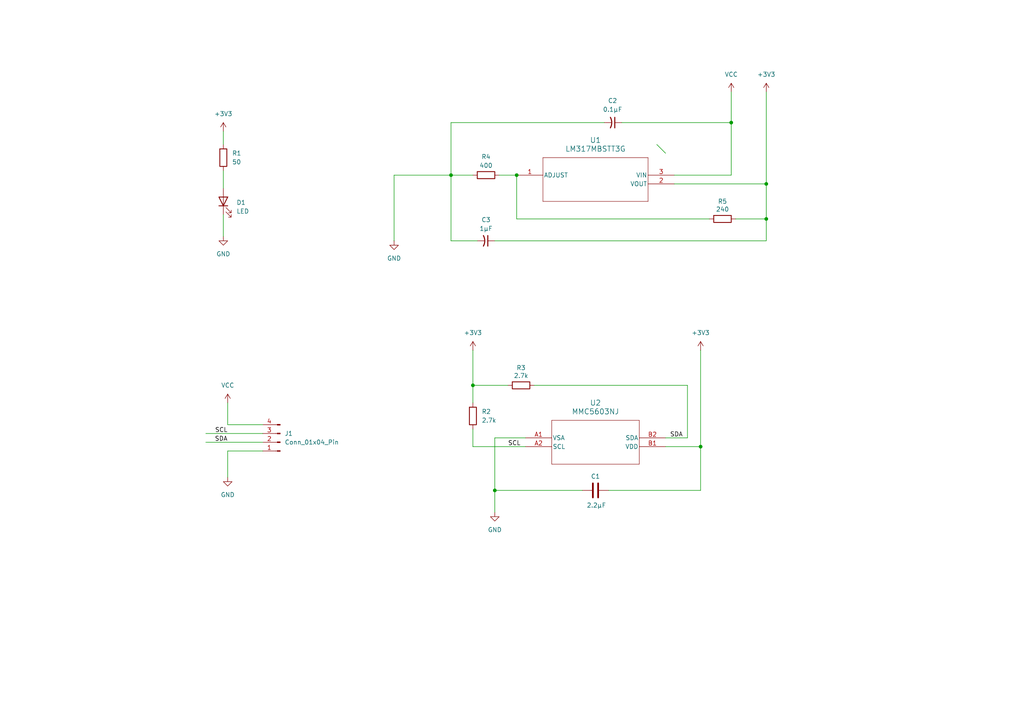
<source format=kicad_sch>
(kicad_sch (version 20250114) (generator "eeschema") (generator_version "9.0")
  (paper "A4")
  (title_block (date "2026-01-28"))
  (lib_symbols
    (symbol "Connector:Conn_01x04_Pin" (pin_names (offset 1.016) (hide yes))
      (property "Reference" "J" (at 0 5.08 0))
      (property "Value" "Conn_01x04_Pin" (at 0 -7.62 0))
      (symbol "Conn_01x04_Pin_1_1"
        (rectangle (start 0.8636 2.667) (end 0 2.413) (stroke (width 0.1524)) (fill (type outline)))
        (rectangle (start 0.8636 0.127) (end 0 -0.127) (stroke (width 0.1524)) (fill (type outline)))
        (rectangle (start 0.8636 -2.413) (end 0 -2.667) (stroke (width 0.1524)) (fill (type outline)))
        (rectangle (start 0.8636 -4.953) (end 0 -5.207) (stroke (width 0.1524)) (fill (type outline)))
        (polyline (pts (xy 1.27 2.54) (xy 0.8636 2.54)) (stroke (width 0.1524)))
        (polyline (pts (xy 1.27 0) (xy 0.8636 0)) (stroke (width 0.1524)))
        (polyline (pts (xy 1.27 -2.54) (xy 0.8636 -2.54)) (stroke (width 0.1524)))
        (polyline (pts (xy 1.27 -5.08) (xy 0.8636 -5.08)) (stroke (width 0.1524)))
        (pin passive line (at 5.08 2.54 180) (length 3.81) (name "Pin_1") (number "1"))
        (pin passive line (at 5.08 0 180) (length 3.81) (name "Pin_2") (number "2"))
        (pin passive line (at 5.08 -2.54 180) (length 3.81) (name "Pin_3") (number "3"))
        (pin passive line (at 5.08 -5.08 180) (length 3.81) (name "Pin_4") (number "4"))
      )
    )
    (symbol "Device:C" (pin_numbers (hide yes)) (pin_names (offset 0.254))
      (property "Reference" "C" (at 0.635 2.54 0))
      (property "Value" "C" (at 0.635 -2.54 0))
      (symbol "C_0_1"
        (polyline (pts (xy -2.032 0.762) (xy 2.032 0.762)) (stroke (width 0.508)))
        (polyline (pts (xy -2.032 -0.762) (xy 2.032 -0.762)) (stroke (width 0.508)))
      )
      (symbol "C_1_1"
        (pin passive line (at 0 3.81 270) (length 2.794) (name "~") (number "1"))
        (pin passive line (at 0 -3.81 90) (length 2.794) (name "~") (number "2"))
      )
    )
    (symbol "Device:C_Small_US" (pin_numbers (hide yes)) (pin_names (offset 0.254) (hide yes))
      (property "Reference" "C" (at 0.254 1.778 0))
      (property "Value" "C_Small_US" (at 0.254 -2.032 0))
      (symbol "C_Small_US_0_1"
        (polyline (pts (xy -1.524 0.508) (xy 1.524 0.508)) (stroke (width 0.3048)))
        (arc (start -1.524 -0.762) (mid 0 -0.3734) (end 1.524 -0.762) (stroke (width 0.3048)))
      )
      (symbol "C_Small_US_1_1"
        (pin passive line (at 0 2.54 270) (length 2.032) (name "~") (number "1"))
        (pin passive line (at 0 -2.54 90) (length 2.032) (name "~") (number "2"))
      )
    )
    (symbol "Device:LED" (pin_numbers (hide yes)) (pin_names (offset 1.016) (hide yes))
      (property "Reference" "D" (at 0 2.54 0))
      (property "Value" "LED" (at 0 -2.54 0))
      (symbol "LED_0_1"
        (polyline (pts (xy -3.048 -0.762) (xy -4.572 -2.286) (xy -3.81 -2.286) (xy -4.572 -2.286) (xy -4.572 -1.524)))
        (polyline (pts (xy -1.778 -0.762) (xy -3.302 -2.286) (xy -2.54 -2.286) (xy -3.302 -2.286) (xy -3.302 -1.524)))
        (polyline (pts (xy -1.27 0) (xy 1.27 0)))
        (polyline (pts (xy -1.27 -1.27) (xy -1.27 1.27)) (stroke (width 0.254)))
        (polyline (pts (xy 1.27 -1.27) (xy 1.27 1.27) (xy -1.27 0) (xy 1.27 -1.27)) (stroke (width 0.254)))
      )
      (symbol "LED_1_1"
        (pin passive line (at -3.81 0 0) (length 2.54) (name "K") (number "1"))
        (pin passive line (at 3.81 0 180) (length 2.54) (name "A") (number "2"))
      )
    )
    (symbol "Device:R" (pin_numbers (hide yes)) (pin_names (offset 0))
      (property "Reference" "R" (at 2.032 0 90))
      (property "Value" "R" (at 0 0 90))
      (symbol "R_0_1"
        (rectangle (start -1.016 -2.54) (end 1.016 2.54) (stroke (width 0.254)))
      )
      (symbol "R_1_1"
        (pin passive line (at 0 3.81 270) (length 1.27) (name "~") (number "1"))
        (pin passive line (at 0 -3.81 90) (length 1.27) (name "~") (number "2"))
      )
    )
    (symbol "LM317:LM317MBSTT3G" (pin_names (offset 0.254))
      (property "Reference" "U" (at 22.86 10.16 0))
      (property "Value" "LM317MBSTT3G" (at 22.86 7.62 0))
      (symbol "LM317MBSTT3G_0_1"
        (polyline (pts (xy 7.62 5.08) (xy 7.62 -7.62)) (stroke (width 0.127)))
        (polyline (pts (xy 7.62 -7.62) (xy 38.1 -7.62)) (stroke (width 0.127)))
        (polyline (pts (xy 38.1 5.08) (xy 7.62 5.08)) (stroke (width 0.127)))
        (polyline (pts (xy 38.1 -7.62) (xy 38.1 5.08)) (stroke (width 0.127)))
        (pin unspecified line (at 0 0 0) (length 7.62) (name "ADJUST") (number "1"))
        (pin input line (at 45.72 0 180) (length 7.62) (name "VIN") (number "3"))
        (pin output line (at 45.72 -2.54 180) (length 7.62) (name "VOUT") (number "2"))
      )
    )
    (symbol "MMC5603:MMC5603NJ" (pin_names (offset 0.254))
      (property "Reference" "U" (at 20.32 10.16 0))
      (property "Value" "MMC5603NJ" (at 20.32 7.62 0))
      (symbol "MMC5603NJ_0_1"
        (polyline (pts (xy 7.62 5.08) (xy 7.62 -7.62)) (stroke (width 0.127)))
        (polyline (pts (xy 7.62 -7.62) (xy 33.02 -7.62)) (stroke (width 0.127)))
        (polyline (pts (xy 33.02 5.08) (xy 7.62 5.08)) (stroke (width 0.127)))
        (polyline (pts (xy 33.02 -7.62) (xy 33.02 5.08)) (stroke (width 0.127)))
        (pin power_out line (at 0 0 0) (length 7.62) (name "VSA") (number "A1"))
        (pin input line (at 0 -2.54 0) (length 7.62) (name "SCL") (number "A2"))
        (pin bidirectional line (at 40.64 0 180) (length 7.62) (name "SDA") (number "B2"))
        (pin power_in line (at 40.64 -2.54 180) (length 7.62) (name "VDD") (number "B1"))
      )
    )
    (symbol "power:+3V3" (power) (pin_numbers (hide yes)) (pin_names (offset 0) (hide yes))
      (property "Value" "+3V3" (at 0 3.556 0))
      (symbol "+3V3_0_1"
        (polyline (pts (xy -0.762 1.27) (xy 0 2.54)))
        (polyline (pts (xy 0 2.54) (xy 0.762 1.27)))
        (polyline (pts (xy 0 0) (xy 0 2.54)))
      )
      (symbol "+3V3_1_1"
        (pin power_in line (at 0 0 90) (length 0) (name "~") (number "1"))
      )
    )
    (symbol "power:GND" (power) (pin_numbers (hide yes)) (pin_names (offset 0) (hide yes))
      (property "Value" "GND" (at 0 -3.81 0))
      (symbol "GND_0_1"
        (polyline (pts (xy 0 0) (xy 0 -1.27) (xy 1.27 -1.27) (xy 0 -2.54) (xy -1.27 -1.27) (xy 0 -1.27)))
      )
      (symbol "GND_1_1"
        (pin power_in line (at 0 0 270) (length 0) (name "~") (number "1"))
      )
    )
    (symbol "power:VCC" (power) (pin_numbers (hide yes)) (pin_names (offset 0) (hide yes))
      (property "Value" "VCC" (at 0 3.556 0))
      (symbol "VCC_0_1"
        (polyline (pts (xy -0.762 1.27) (xy 0 2.54)))
        (polyline (pts (xy 0 2.54) (xy 0.762 1.27)))
        (polyline (pts (xy 0 0) (xy 0 2.54)))
      )
      (symbol "VCC_1_1"
        (pin power_in line (at 0 0 90) (length 0) (name "~") (number "1"))
      )
    )
  )
  (junction (at 222.25 53.34))
  (junction (at 203.2 129.54))
  (junction (at 222.25 63.5))
  (junction (at 212.09 35.56))
  (junction (at 137.16 111.76))
  (junction (at 130.81 50.8))
  (junction (at 149.86 50.8))
  (junction (at 143.51 142.24))
  (bus_entry (at 190.5 41.91) (size 2.54 2.54))
  (wire (pts (xy 64.77 62.23) (xy 64.77 68.58)))
  (wire (pts (xy 143.51 142.24) (xy 143.51 148.59)))
  (wire (pts (xy 114.3 50.8) (xy 114.3 69.85)))
  (wire (pts (xy 130.81 50.8) (xy 114.3 50.8)))
  (wire (pts (xy 222.25 63.5) (xy 222.25 69.85)))
  (wire (pts (xy 149.86 63.5) (xy 205.74 63.5)))
  (wire (pts (xy 212.09 35.56) (xy 212.09 50.8)))
  (wire (pts (xy 152.4 127) (xy 143.51 127)))
  (wire (pts (xy 64.77 38.1) (xy 64.77 41.91)))
  (wire (pts (xy 137.16 101.6) (xy 137.16 111.76)))
  (wire (pts (xy 168.91 142.24) (xy 143.51 142.24)))
  (wire (pts (xy 130.81 35.56) (xy 130.81 50.8)))
  (wire (pts (xy 149.86 63.5) (xy 149.86 50.8)))
  (wire (pts (xy 66.04 123.19) (xy 66.04 116.84)))
  (wire (pts (xy 195.58 50.8) (xy 212.09 50.8)))
  (wire (pts (xy 222.25 53.34) (xy 222.25 63.5)))
  (wire (pts (xy 203.2 142.24) (xy 176.53 142.24)))
  (wire (pts (xy 213.36 63.5) (xy 222.25 63.5)))
  (wire (pts (xy 137.16 111.76) (xy 137.16 116.84)))
  (wire (pts (xy 203.2 129.54) (xy 203.2 142.24)))
  (wire (pts (xy 143.51 127) (xy 143.51 142.24)))
  (wire (pts (xy 195.58 53.34) (xy 222.25 53.34)))
  (wire (pts (xy 66.04 130.81) (xy 66.04 138.43)))
  (wire (pts (xy 144.78 50.8) (xy 149.86 50.8)))
  (wire (pts (xy 130.81 50.8) (xy 130.81 69.85)))
  (wire (pts (xy 199.39 111.76) (xy 154.94 111.76)))
  (wire (pts (xy 212.09 26.67) (xy 212.09 35.56)))
  (wire (pts (xy 203.2 101.6) (xy 203.2 129.54)))
  (wire (pts (xy 76.2 130.81) (xy 66.04 130.81)))
  (wire (pts (xy 59.69 128.27) (xy 76.2 128.27)))
  (wire (pts (xy 64.77 49.53) (xy 64.77 54.61)))
  (wire (pts (xy 59.69 125.73) (xy 76.2 125.73)))
  (wire (pts (xy 143.51 69.85) (xy 222.25 69.85)))
  (wire (pts (xy 199.39 127) (xy 199.39 111.76)))
  (wire (pts (xy 76.2 123.19) (xy 66.04 123.19)))
  (wire (pts (xy 147.32 111.76) (xy 137.16 111.76)))
  (wire (pts (xy 130.81 69.85) (xy 138.43 69.85)))
  (wire (pts (xy 193.04 129.54) (xy 203.2 129.54)))
  (wire (pts (xy 130.81 35.56) (xy 175.26 35.56)))
  (wire (pts (xy 152.4 129.54) (xy 137.16 129.54)))
  (wire (pts (xy 222.25 26.67) (xy 222.25 53.34)))
  (wire (pts (xy 137.16 50.8) (xy 130.81 50.8)))
  (wire (pts (xy 137.16 124.46) (xy 137.16 129.54)))
  (wire (pts (xy 193.04 127) (xy 199.39 127)))
  (wire (pts (xy 212.09 35.56) (xy 180.34 35.56)))
  (label "SDA" (at 66.04 128.27 180))
  (label "SDA" (at 194.31 127 0))
  (label "SCL" (at 147.32 129.54 0))
  (label "SCL" (at 66.04 125.73 180))
  (symbol (lib_id "power:+3V3") (at 203.2 101.6 0) (unit 1)
    (property "Reference" "#PWR07" (effects (hide yes)))
    (property "Value" "+3V3" (at 203.2 96.52 0))
    (property "Description" "Power symbol creates a global label with name \"+3V3\"" (effects (hide yes)))
  )
  (symbol (lib_id "power:GND") (at 143.51 148.59 0) (unit 1)
    (property "Reference" "#PWR05" (effects (hide yes)))
    (property "Value" "GND" (at 143.51 153.67 0))
    (property "Description" "Power symbol creates a global label with name \"GND\" , ground" (effects (hide yes)))
  )
  (symbol (lib_id "Device:R") (at 137.16 120.65 0) (unit 1)
    (property "Reference" "R2" (at 139.7 119.3799 0) (effects (justify left)))
    (property "Value" "2.7k" (at 139.7 121.9199 0) (effects (justify left)))
    (property "Footprint" "Resistor_SMD:R_0603_1608Metric_Pad0.98x0.95mm_HandSolder" (effects (hide yes)))
    (property "Description" "Resistor" (effects (hide yes)))
  )
  (symbol (lib_id "power:+3V3") (at 222.25 26.67 0) (unit 1)
    (property "Reference" "#PWR09" (effects (hide yes)))
    (property "Value" "+3V3" (at 222.25 21.59 0))
    (property "Description" "Power symbol creates a global label with name \"+3V3\"" (effects (hide yes)))
  )
  (symbol (lib_id "power:GND") (at 114.3 69.85 0) (unit 1)
    (property "Reference" "#PWR06" (effects (hide yes)))
    (property "Value" "GND" (at 114.3 74.93 0))
    (property "Description" "Power symbol creates a global label with name \"GND\" , ground" (effects (hide yes)))
  )
  (symbol (lib_id "Device:R") (at 151.13 111.76 90) (unit 1)
    (property "Reference" "R3" (at 151.13 106.68 90))
    (property "Value" "2.7k" (at 151.13 108.966 90))
    (property "Footprint" "Resistor_SMD:R_0603_1608Metric_Pad0.98x0.95mm_HandSolder" (effects (hide yes)))
    (property "Description" "Resistor" (effects (hide yes)))
  )
  (symbol (lib_id "Device:R") (at 209.55 63.5 90) (unit 1)
    (property "Reference" "R5" (at 209.55 58.42 90))
    (property "Value" "240" (at 209.55 60.706 90))
    (property "Footprint" "Resistor_SMD:R_0603_1608Metric_Pad0.98x0.95mm_HandSolder" (effects (hide yes)))
    (property "Description" "Resistor" (effects (hide yes)))
  )
  (symbol (lib_id "LM317:LM317MBSTT3G") (at 149.86 50.8 0) (unit 1)
    (property "Reference" "U1" (at 172.72 40.64 0) (effects (font (size 1.524 1.524))))
    (property "Value" "LM317MBSTT3G" (at 172.72 43.18 0) (effects (font (size 1.524 1.524))))
    (property "Footprint" "footprints:SOT223-3_ONS" (effects (hide yes)))
    (property "Datasheet" "LM317MBSTT3G" (effects (hide yes)))
  )
  (symbol (lib_id "MMC5603:MMC5603NJ") (at 152.4 127 0) (unit 1)
    (property "Reference" "U2" (at 172.72 116.84 0) (effects (font (size 1.524 1.524))))
    (property "Value" "MMC5603NJ" (at 172.72 119.38 0) (effects (font (size 1.524 1.524))))
    (property "Footprint" "footprints:WLP4_0P82X0P82_MEM-L" (effects (hide yes)))
    (property "Datasheet" "MMC5603NJ" (effects (hide yes)))
  )
  (symbol (lib_id "Device:C_Small_US") (at 177.8 35.56 270) (unit 1)
    (property "Reference" "C2" (at 177.673 29.21 90))
    (property "Value" "0.1µF" (at 177.673 31.75 90))
    (property "Footprint" "Capacitor_SMD:C_0603_1608Metric_Pad1.08x0.95mm_HandSolder" (effects (hide yes)))
    (property "Description" "capacitor, small US symbol" (effects (hide yes)))
  )
  (symbol (lib_id "Device:LED") (at 64.77 58.42 90) (unit 1)
    (property "Reference" "D1" (at 68.58 58.7374 90) (effects (justify right)))
    (property "Value" "LED" (at 68.58 61.2774 90) (effects (justify right)))
    (property "Footprint" "LED_SMD:LED_0603_1608Metric_Pad1.05x0.95mm_HandSolder" (effects (hide yes)))
    (property "Description" "Light emitting diode" (effects (hide yes)))
    (property "Sim.Pins" "1=K 2=A" (effects (hide yes)))
  )
  (symbol (lib_id "Connector:Conn_01x04_Pin") (at 81.28 128.27 180) (unit 1)
    (property "Reference" "J1" (at 82.55 125.7299 0) (effects (justify right)))
    (property "Value" "Conn_01x04_Pin" (at 82.55 128.2699 0) (effects (justify right)))
    (property "Footprint" "Connector_PinHeader_1.00mm:PinHeader_1x04_P1.00mm_Vertical" (effects (hide yes)))
    (property "Description" "Generic connector, single row, 01x04, script generated" (effects (hide yes)))
  )
  (symbol (lib_id "power:GND") (at 64.77 68.58 0) (unit 1)
    (property "Reference" "#PWR01" (effects (hide yes)))
    (property "Value" "GND" (at 64.77 73.66 0))
    (property "Description" "Power symbol creates a global label with name \"GND\" , ground" (effects (hide yes)))
  )
  (symbol (lib_id "Device:C") (at 172.72 142.24 90) (unit 1)
    (property "Reference" "C1" (at 172.72 138.176 90))
    (property "Value" "2.2µF" (at 172.974 146.558 90))
    (property "Footprint" "Capacitor_SMD:C_0603_1608Metric_Pad1.08x0.95mm_HandSolder" (effects (hide yes)))
    (property "Description" "Unpolarized capacitor" (effects (hide yes)))
  )
  (symbol (lib_id "Device:R") (at 64.77 45.72 0) (unit 1)
    (property "Reference" "R1" (at 67.31 44.4499 0) (effects (justify left)))
    (property "Value" "50" (at 67.31 46.9899 0) (effects (justify left)))
    (property "Footprint" "Resistor_SMD:R_0603_1608Metric_Pad0.98x0.95mm_HandSolder" (effects (hide yes)))
    (property "Description" "Resistor" (effects (hide yes)))
  )
  (symbol (lib_id "Device:R") (at 140.97 50.8 90) (unit 1)
    (property "Reference" "R4" (at 140.97 45.466 90))
    (property "Value" "400" (at 140.97 48.006 90))
    (property "Footprint" "Resistor_SMD:R_0603_1608Metric_Pad0.98x0.95mm_HandSolder" (effects (hide yes)))
    (property "Description" "Resistor" (effects (hide yes)))
  )
  (symbol (lib_id "power:+3V3") (at 64.77 38.1 0) (unit 1)
    (property "Reference" "#PWR02" (effects (hide yes)))
    (property "Value" "+3V3" (at 64.77 33.02 0))
    (property "Description" "Power symbol creates a global label with name \"+3V3\"" (effects (hide yes)))
  )
  (symbol (lib_id "power:VCC") (at 212.09 26.67 0) (unit 1)
    (property "Reference" "#PWR08" (effects (hide yes)))
    (property "Value" "VCC" (at 212.09 21.59 0))
    (property "Description" "Power symbol creates a global label with name \"VCC\"" (effects (hide yes)))
  )
  (symbol (lib_id "power:+3V3") (at 137.16 101.6 0) (unit 1)
    (property "Reference" "#PWR010" (effects (hide yes)))
    (property "Value" "+3V3" (at 137.16 96.52 0))
    (property "Description" "Power symbol creates a global label with name \"+3V3\"" (effects (hide yes)))
  )
  (symbol (lib_id "power:GND") (at 66.04 138.43 0) (mirror y) (unit 1)
    (property "Reference" "#PWR03" (effects (hide yes)))
    (property "Value" "GND" (at 66.04 143.51 0))
    (property "Description" "Power symbol creates a global label with name \"GND\" , ground" (effects (hide yes)))
  )
  (symbol (lib_id "Device:C_Small_US") (at 140.97 69.85 270) (unit 1)
    (property "Reference" "C3" (at 140.97 63.754 90))
    (property "Value" "1µF" (at 140.97 66.294 90))
    (property "Footprint" "Capacitor_SMD:C_0603_1608Metric_Pad1.08x0.95mm_HandSolder" (effects (hide yes)))
    (property "Description" "capacitor, small US symbol" (effects (hide yes)))
  )
  (symbol (lib_id "power:VCC") (at 66.04 116.84 0) (mirror y) (unit 1)
    (property "Reference" "#PWR04" (effects (hide yes)))
    (property "Value" "VCC" (at 66.04 111.76 0))
    (property "Description" "Power symbol creates a global label with name \"VCC\"" (effects (hide yes)))
  )
)
</source>
